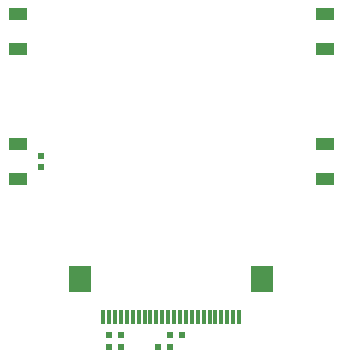
<source format=gtp>
G04*
G04 #@! TF.GenerationSoftware,Altium Limited,Altium Designer,24.10.1 (45)*
G04*
G04 Layer_Color=8421504*
%FSLAX25Y25*%
%MOIN*%
G70*
G04*
G04 #@! TF.SameCoordinates,F1BA22F4-9FB4-4C3A-9B32-68D4286BD9C5*
G04*
G04*
G04 #@! TF.FilePolarity,Positive*
G04*
G01*
G75*
%ADD13R,0.07480X0.08661*%
%ADD14R,0.01181X0.05118*%
%ADD15R,0.02362X0.02362*%
%ADD16R,0.02362X0.02362*%
%ADD17R,0.06299X0.03937*%
D13*
X101181Y31693D02*
D03*
X40551D02*
D03*
D14*
X93504Y18898D02*
D03*
X91535D02*
D03*
X89567D02*
D03*
X87598D02*
D03*
X85630D02*
D03*
X83661D02*
D03*
X81693D02*
D03*
X79724D02*
D03*
X77756D02*
D03*
X75787D02*
D03*
X73819D02*
D03*
X71850D02*
D03*
X69882D02*
D03*
X67913D02*
D03*
X65945D02*
D03*
X63976D02*
D03*
X62008D02*
D03*
X60039D02*
D03*
X58071D02*
D03*
X56102D02*
D03*
X54134D02*
D03*
X52165D02*
D03*
X50197D02*
D03*
X48228D02*
D03*
D15*
X66535Y9055D02*
D03*
X70472D02*
D03*
Y12992D02*
D03*
X74409D02*
D03*
X54134D02*
D03*
X50197D02*
D03*
Y9055D02*
D03*
X54134D02*
D03*
D16*
X27559Y72835D02*
D03*
Y68898D02*
D03*
D17*
X19685Y76772D02*
D03*
Y64961D02*
D03*
Y120079D02*
D03*
Y108268D02*
D03*
X122047Y120079D02*
D03*
Y108268D02*
D03*
Y76772D02*
D03*
Y64961D02*
D03*
M02*

</source>
